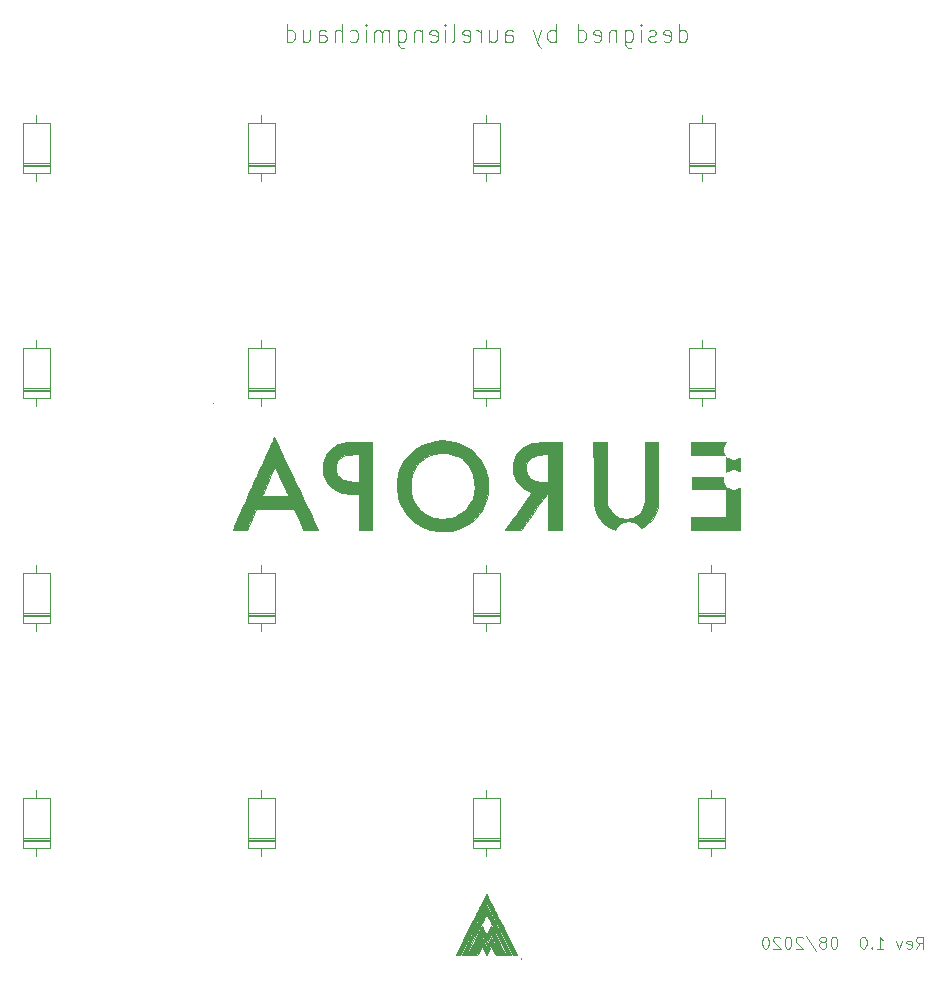
<source format=gbo>
G04 #@! TF.GenerationSoftware,KiCad,Pcbnew,(5.1.6)-1*
G04 #@! TF.CreationDate,2020-08-20T21:51:45+02:00*
G04 #@! TF.ProjectId,europa,6575726f-7061-42e6-9b69-6361645f7063,rev?*
G04 #@! TF.SameCoordinates,Original*
G04 #@! TF.FileFunction,Legend,Bot*
G04 #@! TF.FilePolarity,Positive*
%FSLAX46Y46*%
G04 Gerber Fmt 4.6, Leading zero omitted, Abs format (unit mm)*
G04 Created by KiCad (PCBNEW (5.1.6)-1) date 2020-08-20 21:51:45*
%MOMM*%
%LPD*%
G01*
G04 APERTURE LIST*
%ADD10C,0.100000*%
%ADD11C,0.125000*%
%ADD12C,0.010000*%
%ADD13C,0.120000*%
%ADD14C,1.702000*%
%ADD15R,1.702000X1.702000*%
%ADD16C,2.352000*%
%ADD17C,4.089800*%
%ADD18C,1.852000*%
%ADD19O,1.702000X1.702000*%
G04 APERTURE END LIST*
D10*
X145914285Y-133008630D02*
X146247619Y-132532440D01*
X146485714Y-133008630D02*
X146485714Y-132008630D01*
X146104761Y-132008630D01*
X146009523Y-132056250D01*
X145961904Y-132103869D01*
X145914285Y-132199107D01*
X145914285Y-132341964D01*
X145961904Y-132437202D01*
X146009523Y-132484821D01*
X146104761Y-132532440D01*
X146485714Y-132532440D01*
X145104761Y-132961011D02*
X145200000Y-133008630D01*
X145390476Y-133008630D01*
X145485714Y-132961011D01*
X145533333Y-132865773D01*
X145533333Y-132484821D01*
X145485714Y-132389583D01*
X145390476Y-132341964D01*
X145200000Y-132341964D01*
X145104761Y-132389583D01*
X145057142Y-132484821D01*
X145057142Y-132580059D01*
X145533333Y-132675297D01*
X144723809Y-132341964D02*
X144485714Y-133008630D01*
X144247619Y-132341964D01*
X142580952Y-133008630D02*
X143152380Y-133008630D01*
X142866666Y-133008630D02*
X142866666Y-132008630D01*
X142961904Y-132151488D01*
X143057142Y-132246726D01*
X143152380Y-132294345D01*
X142152380Y-132913392D02*
X142104761Y-132961011D01*
X142152380Y-133008630D01*
X142200000Y-132961011D01*
X142152380Y-132913392D01*
X142152380Y-133008630D01*
X141485714Y-132008630D02*
X141390476Y-132008630D01*
X141295238Y-132056250D01*
X141247619Y-132103869D01*
X141200000Y-132199107D01*
X141152380Y-132389583D01*
X141152380Y-132627678D01*
X141200000Y-132818154D01*
X141247619Y-132913392D01*
X141295238Y-132961011D01*
X141390476Y-133008630D01*
X141485714Y-133008630D01*
X141580952Y-132961011D01*
X141628571Y-132913392D01*
X141676190Y-132818154D01*
X141723809Y-132627678D01*
X141723809Y-132389583D01*
X141676190Y-132199107D01*
X141628571Y-132103869D01*
X141580952Y-132056250D01*
X141485714Y-132008630D01*
X139009523Y-132008630D02*
X138914285Y-132008630D01*
X138819047Y-132056250D01*
X138771428Y-132103869D01*
X138723809Y-132199107D01*
X138676190Y-132389583D01*
X138676190Y-132627678D01*
X138723809Y-132818154D01*
X138771428Y-132913392D01*
X138819047Y-132961011D01*
X138914285Y-133008630D01*
X139009523Y-133008630D01*
X139104761Y-132961011D01*
X139152380Y-132913392D01*
X139200000Y-132818154D01*
X139247619Y-132627678D01*
X139247619Y-132389583D01*
X139200000Y-132199107D01*
X139152380Y-132103869D01*
X139104761Y-132056250D01*
X139009523Y-132008630D01*
X138104761Y-132437202D02*
X138200000Y-132389583D01*
X138247619Y-132341964D01*
X138295238Y-132246726D01*
X138295238Y-132199107D01*
X138247619Y-132103869D01*
X138200000Y-132056250D01*
X138104761Y-132008630D01*
X137914285Y-132008630D01*
X137819047Y-132056250D01*
X137771428Y-132103869D01*
X137723809Y-132199107D01*
X137723809Y-132246726D01*
X137771428Y-132341964D01*
X137819047Y-132389583D01*
X137914285Y-132437202D01*
X138104761Y-132437202D01*
X138200000Y-132484821D01*
X138247619Y-132532440D01*
X138295238Y-132627678D01*
X138295238Y-132818154D01*
X138247619Y-132913392D01*
X138200000Y-132961011D01*
X138104761Y-133008630D01*
X137914285Y-133008630D01*
X137819047Y-132961011D01*
X137771428Y-132913392D01*
X137723809Y-132818154D01*
X137723809Y-132627678D01*
X137771428Y-132532440D01*
X137819047Y-132484821D01*
X137914285Y-132437202D01*
X136580952Y-131961011D02*
X137438095Y-133246726D01*
X136295238Y-132103869D02*
X136247619Y-132056250D01*
X136152380Y-132008630D01*
X135914285Y-132008630D01*
X135819047Y-132056250D01*
X135771428Y-132103869D01*
X135723809Y-132199107D01*
X135723809Y-132294345D01*
X135771428Y-132437202D01*
X136342857Y-133008630D01*
X135723809Y-133008630D01*
X135104761Y-132008630D02*
X135009523Y-132008630D01*
X134914285Y-132056250D01*
X134866666Y-132103869D01*
X134819047Y-132199107D01*
X134771428Y-132389583D01*
X134771428Y-132627678D01*
X134819047Y-132818154D01*
X134866666Y-132913392D01*
X134914285Y-132961011D01*
X135009523Y-133008630D01*
X135104761Y-133008630D01*
X135200000Y-132961011D01*
X135247619Y-132913392D01*
X135295238Y-132818154D01*
X135342857Y-132627678D01*
X135342857Y-132389583D01*
X135295238Y-132199107D01*
X135247619Y-132103869D01*
X135200000Y-132056250D01*
X135104761Y-132008630D01*
X134390476Y-132103869D02*
X134342857Y-132056250D01*
X134247619Y-132008630D01*
X134009523Y-132008630D01*
X133914285Y-132056250D01*
X133866666Y-132103869D01*
X133819047Y-132199107D01*
X133819047Y-132294345D01*
X133866666Y-132437202D01*
X134438095Y-133008630D01*
X133819047Y-133008630D01*
X133200000Y-132008630D02*
X133104761Y-132008630D01*
X133009523Y-132056250D01*
X132961904Y-132103869D01*
X132914285Y-132199107D01*
X132866666Y-132389583D01*
X132866666Y-132627678D01*
X132914285Y-132818154D01*
X132961904Y-132913392D01*
X133009523Y-132961011D01*
X133104761Y-133008630D01*
X133200000Y-133008630D01*
X133295238Y-132961011D01*
X133342857Y-132913392D01*
X133390476Y-132818154D01*
X133438095Y-132627678D01*
X133438095Y-132389583D01*
X133390476Y-132199107D01*
X133342857Y-132103869D01*
X133295238Y-132056250D01*
X133200000Y-132008630D01*
D11*
X125823214Y-56241071D02*
X125823214Y-54741071D01*
X125823214Y-56169642D02*
X125966071Y-56241071D01*
X126251785Y-56241071D01*
X126394642Y-56169642D01*
X126466071Y-56098214D01*
X126537500Y-55955357D01*
X126537500Y-55526785D01*
X126466071Y-55383928D01*
X126394642Y-55312500D01*
X126251785Y-55241071D01*
X125966071Y-55241071D01*
X125823214Y-55312500D01*
X124537500Y-56169642D02*
X124680357Y-56241071D01*
X124966071Y-56241071D01*
X125108928Y-56169642D01*
X125180357Y-56026785D01*
X125180357Y-55455357D01*
X125108928Y-55312500D01*
X124966071Y-55241071D01*
X124680357Y-55241071D01*
X124537500Y-55312500D01*
X124466071Y-55455357D01*
X124466071Y-55598214D01*
X125180357Y-55741071D01*
X123894642Y-56169642D02*
X123751785Y-56241071D01*
X123466071Y-56241071D01*
X123323214Y-56169642D01*
X123251785Y-56026785D01*
X123251785Y-55955357D01*
X123323214Y-55812500D01*
X123466071Y-55741071D01*
X123680357Y-55741071D01*
X123823214Y-55669642D01*
X123894642Y-55526785D01*
X123894642Y-55455357D01*
X123823214Y-55312500D01*
X123680357Y-55241071D01*
X123466071Y-55241071D01*
X123323214Y-55312500D01*
X122608928Y-56241071D02*
X122608928Y-55241071D01*
X122608928Y-54741071D02*
X122680357Y-54812500D01*
X122608928Y-54883928D01*
X122537500Y-54812500D01*
X122608928Y-54741071D01*
X122608928Y-54883928D01*
X121251785Y-55241071D02*
X121251785Y-56455357D01*
X121323214Y-56598214D01*
X121394642Y-56669642D01*
X121537500Y-56741071D01*
X121751785Y-56741071D01*
X121894642Y-56669642D01*
X121251785Y-56169642D02*
X121394642Y-56241071D01*
X121680357Y-56241071D01*
X121823214Y-56169642D01*
X121894642Y-56098214D01*
X121966071Y-55955357D01*
X121966071Y-55526785D01*
X121894642Y-55383928D01*
X121823214Y-55312500D01*
X121680357Y-55241071D01*
X121394642Y-55241071D01*
X121251785Y-55312500D01*
X120537500Y-55241071D02*
X120537500Y-56241071D01*
X120537500Y-55383928D02*
X120466071Y-55312500D01*
X120323214Y-55241071D01*
X120108928Y-55241071D01*
X119966071Y-55312500D01*
X119894642Y-55455357D01*
X119894642Y-56241071D01*
X118608928Y-56169642D02*
X118751785Y-56241071D01*
X119037500Y-56241071D01*
X119180357Y-56169642D01*
X119251785Y-56026785D01*
X119251785Y-55455357D01*
X119180357Y-55312500D01*
X119037500Y-55241071D01*
X118751785Y-55241071D01*
X118608928Y-55312500D01*
X118537500Y-55455357D01*
X118537500Y-55598214D01*
X119251785Y-55741071D01*
X117251785Y-56241071D02*
X117251785Y-54741071D01*
X117251785Y-56169642D02*
X117394642Y-56241071D01*
X117680357Y-56241071D01*
X117823214Y-56169642D01*
X117894642Y-56098214D01*
X117966071Y-55955357D01*
X117966071Y-55526785D01*
X117894642Y-55383928D01*
X117823214Y-55312500D01*
X117680357Y-55241071D01*
X117394642Y-55241071D01*
X117251785Y-55312500D01*
X115394642Y-56241071D02*
X115394642Y-54741071D01*
X115394642Y-55312500D02*
X115251785Y-55241071D01*
X114966071Y-55241071D01*
X114823214Y-55312500D01*
X114751785Y-55383928D01*
X114680357Y-55526785D01*
X114680357Y-55955357D01*
X114751785Y-56098214D01*
X114823214Y-56169642D01*
X114966071Y-56241071D01*
X115251785Y-56241071D01*
X115394642Y-56169642D01*
X114180357Y-55241071D02*
X113823214Y-56241071D01*
X113466071Y-55241071D02*
X113823214Y-56241071D01*
X113966071Y-56598214D01*
X114037500Y-56669642D01*
X114180357Y-56741071D01*
X111108928Y-56241071D02*
X111108928Y-55455357D01*
X111180357Y-55312500D01*
X111323214Y-55241071D01*
X111608928Y-55241071D01*
X111751785Y-55312500D01*
X111108928Y-56169642D02*
X111251785Y-56241071D01*
X111608928Y-56241071D01*
X111751785Y-56169642D01*
X111823214Y-56026785D01*
X111823214Y-55883928D01*
X111751785Y-55741071D01*
X111608928Y-55669642D01*
X111251785Y-55669642D01*
X111108928Y-55598214D01*
X109751785Y-55241071D02*
X109751785Y-56241071D01*
X110394642Y-55241071D02*
X110394642Y-56026785D01*
X110323214Y-56169642D01*
X110180357Y-56241071D01*
X109966071Y-56241071D01*
X109823214Y-56169642D01*
X109751785Y-56098214D01*
X109037500Y-56241071D02*
X109037500Y-55241071D01*
X109037500Y-55526785D02*
X108966071Y-55383928D01*
X108894642Y-55312500D01*
X108751785Y-55241071D01*
X108608928Y-55241071D01*
X107537500Y-56169642D02*
X107680357Y-56241071D01*
X107966071Y-56241071D01*
X108108928Y-56169642D01*
X108180357Y-56026785D01*
X108180357Y-55455357D01*
X108108928Y-55312500D01*
X107966071Y-55241071D01*
X107680357Y-55241071D01*
X107537500Y-55312500D01*
X107466071Y-55455357D01*
X107466071Y-55598214D01*
X108180357Y-55741071D01*
X106608928Y-56241071D02*
X106751785Y-56169642D01*
X106823214Y-56026785D01*
X106823214Y-54741071D01*
X106037500Y-56241071D02*
X106037500Y-55241071D01*
X106037500Y-54741071D02*
X106108928Y-54812500D01*
X106037500Y-54883928D01*
X105966071Y-54812500D01*
X106037500Y-54741071D01*
X106037500Y-54883928D01*
X104751785Y-56169642D02*
X104894642Y-56241071D01*
X105180357Y-56241071D01*
X105323214Y-56169642D01*
X105394642Y-56026785D01*
X105394642Y-55455357D01*
X105323214Y-55312500D01*
X105180357Y-55241071D01*
X104894642Y-55241071D01*
X104751785Y-55312500D01*
X104680357Y-55455357D01*
X104680357Y-55598214D01*
X105394642Y-55741071D01*
X104037500Y-55241071D02*
X104037500Y-56241071D01*
X104037500Y-55383928D02*
X103966071Y-55312500D01*
X103823214Y-55241071D01*
X103608928Y-55241071D01*
X103466071Y-55312500D01*
X103394642Y-55455357D01*
X103394642Y-56241071D01*
X102037500Y-55241071D02*
X102037500Y-56455357D01*
X102108928Y-56598214D01*
X102180357Y-56669642D01*
X102323214Y-56741071D01*
X102537500Y-56741071D01*
X102680357Y-56669642D01*
X102037500Y-56169642D02*
X102180357Y-56241071D01*
X102466071Y-56241071D01*
X102608928Y-56169642D01*
X102680357Y-56098214D01*
X102751785Y-55955357D01*
X102751785Y-55526785D01*
X102680357Y-55383928D01*
X102608928Y-55312500D01*
X102466071Y-55241071D01*
X102180357Y-55241071D01*
X102037500Y-55312500D01*
X101323214Y-56241071D02*
X101323214Y-55241071D01*
X101323214Y-55383928D02*
X101251785Y-55312500D01*
X101108928Y-55241071D01*
X100894642Y-55241071D01*
X100751785Y-55312500D01*
X100680357Y-55455357D01*
X100680357Y-56241071D01*
X100680357Y-55455357D02*
X100608928Y-55312500D01*
X100466071Y-55241071D01*
X100251785Y-55241071D01*
X100108928Y-55312500D01*
X100037500Y-55455357D01*
X100037500Y-56241071D01*
X99323214Y-56241071D02*
X99323214Y-55241071D01*
X99323214Y-54741071D02*
X99394642Y-54812500D01*
X99323214Y-54883928D01*
X99251785Y-54812500D01*
X99323214Y-54741071D01*
X99323214Y-54883928D01*
X97966071Y-56169642D02*
X98108928Y-56241071D01*
X98394642Y-56241071D01*
X98537500Y-56169642D01*
X98608928Y-56098214D01*
X98680357Y-55955357D01*
X98680357Y-55526785D01*
X98608928Y-55383928D01*
X98537500Y-55312500D01*
X98394642Y-55241071D01*
X98108928Y-55241071D01*
X97966071Y-55312500D01*
X97323214Y-56241071D02*
X97323214Y-54741071D01*
X96680357Y-56241071D02*
X96680357Y-55455357D01*
X96751785Y-55312500D01*
X96894642Y-55241071D01*
X97108928Y-55241071D01*
X97251785Y-55312500D01*
X97323214Y-55383928D01*
X95323214Y-56241071D02*
X95323214Y-55455357D01*
X95394642Y-55312500D01*
X95537500Y-55241071D01*
X95823214Y-55241071D01*
X95966071Y-55312500D01*
X95323214Y-56169642D02*
X95466071Y-56241071D01*
X95823214Y-56241071D01*
X95966071Y-56169642D01*
X96037500Y-56026785D01*
X96037500Y-55883928D01*
X95966071Y-55741071D01*
X95823214Y-55669642D01*
X95466071Y-55669642D01*
X95323214Y-55598214D01*
X93966071Y-55241071D02*
X93966071Y-56241071D01*
X94608928Y-55241071D02*
X94608928Y-56026785D01*
X94537500Y-56169642D01*
X94394642Y-56241071D01*
X94180357Y-56241071D01*
X94037500Y-56169642D01*
X93966071Y-56098214D01*
X92608928Y-56241071D02*
X92608928Y-54741071D01*
X92608928Y-56169642D02*
X92751785Y-56241071D01*
X93037500Y-56241071D01*
X93180357Y-56169642D01*
X93251785Y-56098214D01*
X93323214Y-55955357D01*
X93323214Y-55526785D01*
X93251785Y-55383928D01*
X93180357Y-55312500D01*
X93037500Y-55241071D01*
X92751785Y-55241071D01*
X92608928Y-55312500D01*
D12*
G36*
X112419423Y-133853116D02*
G01*
X112421865Y-133855558D01*
X112424307Y-133853116D01*
X112421865Y-133850673D01*
X112419423Y-133853116D01*
G37*
X112419423Y-133853116D02*
X112421865Y-133855558D01*
X112424307Y-133853116D01*
X112421865Y-133850673D01*
X112419423Y-133853116D01*
G36*
X109532294Y-128376010D02*
G01*
X109525833Y-128388893D01*
X109515244Y-128410033D01*
X109500647Y-128439191D01*
X109482161Y-128476126D01*
X109459908Y-128520599D01*
X109434006Y-128572369D01*
X109404577Y-128631197D01*
X109371739Y-128696841D01*
X109335614Y-128769062D01*
X109296322Y-128847620D01*
X109253982Y-128932275D01*
X109208714Y-129022786D01*
X109160639Y-129118914D01*
X109109877Y-129220418D01*
X109056548Y-129327058D01*
X109000772Y-129438594D01*
X108942668Y-129554786D01*
X108882358Y-129675394D01*
X108819961Y-129800177D01*
X108755597Y-129928896D01*
X108689387Y-130061310D01*
X108621450Y-130197180D01*
X108551906Y-130336264D01*
X108480876Y-130478324D01*
X108408480Y-130623118D01*
X108334838Y-130770407D01*
X108260070Y-130919951D01*
X108236282Y-130967529D01*
X106938883Y-133562481D01*
X107302797Y-133562481D01*
X108416485Y-131334729D01*
X108486035Y-131195614D01*
X108554499Y-131058692D01*
X108621745Y-130924222D01*
X108687645Y-130792463D01*
X108752067Y-130663676D01*
X108814882Y-130538120D01*
X108875961Y-130416053D01*
X108935172Y-130297736D01*
X108992386Y-130183428D01*
X109047474Y-130073389D01*
X109100305Y-129967877D01*
X109150749Y-129867152D01*
X109198676Y-129771474D01*
X109243956Y-129681102D01*
X109286459Y-129596296D01*
X109326056Y-129517315D01*
X109362616Y-129444418D01*
X109396009Y-129377865D01*
X109426106Y-129317915D01*
X109452776Y-129264828D01*
X109475889Y-129218863D01*
X109495316Y-129180279D01*
X109510926Y-129149337D01*
X109522590Y-129126295D01*
X109530177Y-129111413D01*
X109533557Y-129104950D01*
X109533727Y-129104682D01*
X109536111Y-129108864D01*
X109542732Y-129121527D01*
X109553458Y-129142413D01*
X109568160Y-129171262D01*
X109586709Y-129207816D01*
X109608974Y-129251817D01*
X109634826Y-129303005D01*
X109664134Y-129361123D01*
X109696769Y-129425912D01*
X109732601Y-129497112D01*
X109771500Y-129574466D01*
X109813337Y-129657714D01*
X109857980Y-129746599D01*
X109905302Y-129840861D01*
X109955171Y-129940242D01*
X110007458Y-130044483D01*
X110062033Y-130153326D01*
X110118766Y-130266513D01*
X110177528Y-130383783D01*
X110238188Y-130504880D01*
X110300616Y-130629543D01*
X110364684Y-130757516D01*
X110430260Y-130888538D01*
X110497215Y-131022352D01*
X110565420Y-131158699D01*
X110634744Y-131297319D01*
X110652301Y-131332433D01*
X111767322Y-133562481D01*
X112131229Y-133562481D01*
X110833281Y-130966578D01*
X110758169Y-130816359D01*
X110684146Y-130668325D01*
X110611331Y-130522716D01*
X110539844Y-130379771D01*
X110469805Y-130239730D01*
X110401335Y-130102834D01*
X110334553Y-129969322D01*
X110269580Y-129839433D01*
X110206534Y-129713408D01*
X110145538Y-129591487D01*
X110086710Y-129473910D01*
X110030170Y-129360915D01*
X109976039Y-129252744D01*
X109924437Y-129149636D01*
X109875484Y-129051831D01*
X109829299Y-128959568D01*
X109786004Y-128873088D01*
X109745717Y-128792631D01*
X109708559Y-128718436D01*
X109674650Y-128650743D01*
X109644110Y-128589792D01*
X109617059Y-128535823D01*
X109593618Y-128489076D01*
X109573905Y-128449790D01*
X109558042Y-128418206D01*
X109546148Y-128394563D01*
X109538344Y-128379102D01*
X109534748Y-128372061D01*
X109534506Y-128371626D01*
X109532294Y-128376010D01*
G37*
X109532294Y-128376010D02*
X109525833Y-128388893D01*
X109515244Y-128410033D01*
X109500647Y-128439191D01*
X109482161Y-128476126D01*
X109459908Y-128520599D01*
X109434006Y-128572369D01*
X109404577Y-128631197D01*
X109371739Y-128696841D01*
X109335614Y-128769062D01*
X109296322Y-128847620D01*
X109253982Y-128932275D01*
X109208714Y-129022786D01*
X109160639Y-129118914D01*
X109109877Y-129220418D01*
X109056548Y-129327058D01*
X109000772Y-129438594D01*
X108942668Y-129554786D01*
X108882358Y-129675394D01*
X108819961Y-129800177D01*
X108755597Y-129928896D01*
X108689387Y-130061310D01*
X108621450Y-130197180D01*
X108551906Y-130336264D01*
X108480876Y-130478324D01*
X108408480Y-130623118D01*
X108334838Y-130770407D01*
X108260070Y-130919951D01*
X108236282Y-130967529D01*
X106938883Y-133562481D01*
X107302797Y-133562481D01*
X108416485Y-131334729D01*
X108486035Y-131195614D01*
X108554499Y-131058692D01*
X108621745Y-130924222D01*
X108687645Y-130792463D01*
X108752067Y-130663676D01*
X108814882Y-130538120D01*
X108875961Y-130416053D01*
X108935172Y-130297736D01*
X108992386Y-130183428D01*
X109047474Y-130073389D01*
X109100305Y-129967877D01*
X109150749Y-129867152D01*
X109198676Y-129771474D01*
X109243956Y-129681102D01*
X109286459Y-129596296D01*
X109326056Y-129517315D01*
X109362616Y-129444418D01*
X109396009Y-129377865D01*
X109426106Y-129317915D01*
X109452776Y-129264828D01*
X109475889Y-129218863D01*
X109495316Y-129180279D01*
X109510926Y-129149337D01*
X109522590Y-129126295D01*
X109530177Y-129111413D01*
X109533557Y-129104950D01*
X109533727Y-129104682D01*
X109536111Y-129108864D01*
X109542732Y-129121527D01*
X109553458Y-129142413D01*
X109568160Y-129171262D01*
X109586709Y-129207816D01*
X109608974Y-129251817D01*
X109634826Y-129303005D01*
X109664134Y-129361123D01*
X109696769Y-129425912D01*
X109732601Y-129497112D01*
X109771500Y-129574466D01*
X109813337Y-129657714D01*
X109857980Y-129746599D01*
X109905302Y-129840861D01*
X109955171Y-129940242D01*
X110007458Y-130044483D01*
X110062033Y-130153326D01*
X110118766Y-130266513D01*
X110177528Y-130383783D01*
X110238188Y-130504880D01*
X110300616Y-130629543D01*
X110364684Y-130757516D01*
X110430260Y-130888538D01*
X110497215Y-131022352D01*
X110565420Y-131158699D01*
X110634744Y-131297319D01*
X110652301Y-131332433D01*
X111767322Y-133562481D01*
X112131229Y-133562481D01*
X110833281Y-130966578D01*
X110758169Y-130816359D01*
X110684146Y-130668325D01*
X110611331Y-130522716D01*
X110539844Y-130379771D01*
X110469805Y-130239730D01*
X110401335Y-130102834D01*
X110334553Y-129969322D01*
X110269580Y-129839433D01*
X110206534Y-129713408D01*
X110145538Y-129591487D01*
X110086710Y-129473910D01*
X110030170Y-129360915D01*
X109976039Y-129252744D01*
X109924437Y-129149636D01*
X109875484Y-129051831D01*
X109829299Y-128959568D01*
X109786004Y-128873088D01*
X109745717Y-128792631D01*
X109708559Y-128718436D01*
X109674650Y-128650743D01*
X109644110Y-128589792D01*
X109617059Y-128535823D01*
X109593618Y-128489076D01*
X109573905Y-128449790D01*
X109558042Y-128418206D01*
X109546148Y-128394563D01*
X109538344Y-128379102D01*
X109534748Y-128372061D01*
X109534506Y-128371626D01*
X109532294Y-128376010D01*
G36*
X108482083Y-131447445D02*
G01*
X108414423Y-131582727D01*
X108347867Y-131715816D01*
X108282547Y-131846444D01*
X108218598Y-131974344D01*
X108156152Y-132099249D01*
X108095343Y-132220894D01*
X108036304Y-132339010D01*
X107979168Y-132453330D01*
X107924069Y-132563589D01*
X107871139Y-132669519D01*
X107820513Y-132770853D01*
X107772323Y-132867325D01*
X107726702Y-132958667D01*
X107683785Y-133044613D01*
X107643704Y-133124896D01*
X107606592Y-133199248D01*
X107572583Y-133267404D01*
X107541811Y-133329095D01*
X107514407Y-133384056D01*
X107490507Y-133432020D01*
X107470242Y-133472719D01*
X107453746Y-133505887D01*
X107441153Y-133531256D01*
X107432595Y-133548561D01*
X107428207Y-133557534D01*
X107427617Y-133558818D01*
X107432259Y-133559647D01*
X107445598Y-133560411D01*
X107466560Y-133561087D01*
X107494072Y-133561654D01*
X107527062Y-133562090D01*
X107564456Y-133562372D01*
X107605182Y-133562480D01*
X107608075Y-133562481D01*
X107788805Y-133562481D01*
X108660711Y-131818673D01*
X108722188Y-131695733D01*
X108782558Y-131575028D01*
X108841676Y-131456851D01*
X108899395Y-131341493D01*
X108955568Y-131229250D01*
X109010048Y-131120412D01*
X109062689Y-131015273D01*
X109113342Y-130914126D01*
X109161863Y-130817264D01*
X109208103Y-130724979D01*
X109251916Y-130637565D01*
X109293156Y-130555313D01*
X109331674Y-130478518D01*
X109367326Y-130407471D01*
X109399962Y-130342466D01*
X109429438Y-130283795D01*
X109455606Y-130231751D01*
X109478319Y-130186628D01*
X109497430Y-130148717D01*
X109512793Y-130118312D01*
X109524261Y-130095706D01*
X109531687Y-130081191D01*
X109534923Y-130075060D01*
X109535058Y-130074866D01*
X109537390Y-130079186D01*
X109543942Y-130091953D01*
X109554568Y-130112873D01*
X109569119Y-130141654D01*
X109587450Y-130178002D01*
X109609414Y-130221625D01*
X109634864Y-130272230D01*
X109663652Y-130329524D01*
X109695633Y-130393214D01*
X109730659Y-130463008D01*
X109768584Y-130538613D01*
X109809261Y-130619735D01*
X109852542Y-130706083D01*
X109898281Y-130797362D01*
X109946332Y-130893281D01*
X109996547Y-130993547D01*
X110048779Y-131097866D01*
X110102883Y-131205946D01*
X110158710Y-131317494D01*
X110216114Y-131432217D01*
X110274949Y-131549823D01*
X110335067Y-131670018D01*
X110396322Y-131792510D01*
X110409404Y-131818673D01*
X111281310Y-133562481D01*
X111647656Y-133562481D01*
X110591967Y-131451108D01*
X109536279Y-129339735D01*
X108482083Y-131447445D01*
G37*
X108482083Y-131447445D02*
X108414423Y-131582727D01*
X108347867Y-131715816D01*
X108282547Y-131846444D01*
X108218598Y-131974344D01*
X108156152Y-132099249D01*
X108095343Y-132220894D01*
X108036304Y-132339010D01*
X107979168Y-132453330D01*
X107924069Y-132563589D01*
X107871139Y-132669519D01*
X107820513Y-132770853D01*
X107772323Y-132867325D01*
X107726702Y-132958667D01*
X107683785Y-133044613D01*
X107643704Y-133124896D01*
X107606592Y-133199248D01*
X107572583Y-133267404D01*
X107541811Y-133329095D01*
X107514407Y-133384056D01*
X107490507Y-133432020D01*
X107470242Y-133472719D01*
X107453746Y-133505887D01*
X107441153Y-133531256D01*
X107432595Y-133548561D01*
X107428207Y-133557534D01*
X107427617Y-133558818D01*
X107432259Y-133559647D01*
X107445598Y-133560411D01*
X107466560Y-133561087D01*
X107494072Y-133561654D01*
X107527062Y-133562090D01*
X107564456Y-133562372D01*
X107605182Y-133562480D01*
X107608075Y-133562481D01*
X107788805Y-133562481D01*
X108660711Y-131818673D01*
X108722188Y-131695733D01*
X108782558Y-131575028D01*
X108841676Y-131456851D01*
X108899395Y-131341493D01*
X108955568Y-131229250D01*
X109010048Y-131120412D01*
X109062689Y-131015273D01*
X109113342Y-130914126D01*
X109161863Y-130817264D01*
X109208103Y-130724979D01*
X109251916Y-130637565D01*
X109293156Y-130555313D01*
X109331674Y-130478518D01*
X109367326Y-130407471D01*
X109399962Y-130342466D01*
X109429438Y-130283795D01*
X109455606Y-130231751D01*
X109478319Y-130186628D01*
X109497430Y-130148717D01*
X109512793Y-130118312D01*
X109524261Y-130095706D01*
X109531687Y-130081191D01*
X109534923Y-130075060D01*
X109535058Y-130074866D01*
X109537390Y-130079186D01*
X109543942Y-130091953D01*
X109554568Y-130112873D01*
X109569119Y-130141654D01*
X109587450Y-130178002D01*
X109609414Y-130221625D01*
X109634864Y-130272230D01*
X109663652Y-130329524D01*
X109695633Y-130393214D01*
X109730659Y-130463008D01*
X109768584Y-130538613D01*
X109809261Y-130619735D01*
X109852542Y-130706083D01*
X109898281Y-130797362D01*
X109946332Y-130893281D01*
X109996547Y-130993547D01*
X110048779Y-131097866D01*
X110102883Y-131205946D01*
X110158710Y-131317494D01*
X110216114Y-131432217D01*
X110274949Y-131549823D01*
X110335067Y-131670018D01*
X110396322Y-131792510D01*
X110409404Y-131818673D01*
X111281310Y-133562481D01*
X111647656Y-133562481D01*
X110591967Y-131451108D01*
X109536279Y-129339735D01*
X108482083Y-131447445D01*
G36*
X109730940Y-131475754D02*
G01*
X109702231Y-131533065D01*
X109674730Y-131587765D01*
X109648751Y-131639237D01*
X109624612Y-131686865D01*
X109602628Y-131730031D01*
X109583116Y-131768117D01*
X109566392Y-131800507D01*
X109552771Y-131826582D01*
X109542572Y-131845726D01*
X109536108Y-131857322D01*
X109533722Y-131860786D01*
X109531057Y-131856172D01*
X109524357Y-131843444D01*
X109513941Y-131823236D01*
X109500128Y-131796178D01*
X109483238Y-131762902D01*
X109463591Y-131724041D01*
X109441505Y-131680226D01*
X109417301Y-131632089D01*
X109391297Y-131580261D01*
X109363814Y-131525375D01*
X109339698Y-131477127D01*
X109311245Y-131420212D01*
X109284023Y-131365868D01*
X109258349Y-131314721D01*
X109234541Y-131267398D01*
X109212914Y-131224525D01*
X109193788Y-131186729D01*
X109177477Y-131154637D01*
X109164301Y-131128876D01*
X109154575Y-131110073D01*
X109148617Y-131098855D01*
X109146751Y-131095750D01*
X109144388Y-131100062D01*
X109137835Y-131112765D01*
X109127265Y-131133511D01*
X109112854Y-131161951D01*
X109094776Y-131197739D01*
X109073206Y-131240524D01*
X109048320Y-131289960D01*
X109020291Y-131345697D01*
X108989295Y-131407389D01*
X108955507Y-131474686D01*
X108919101Y-131547240D01*
X108880251Y-131624703D01*
X108839134Y-131706726D01*
X108795924Y-131792963D01*
X108750794Y-131883064D01*
X108703922Y-131976680D01*
X108655480Y-132073465D01*
X108605644Y-132173070D01*
X108554589Y-132275146D01*
X108527602Y-132329116D01*
X107910925Y-133562481D01*
X108274849Y-133562481D01*
X108709557Y-132693019D01*
X108752815Y-132606524D01*
X108794918Y-132522385D01*
X108835658Y-132441018D01*
X108874826Y-132362838D01*
X108912213Y-132288259D01*
X108947611Y-132217696D01*
X108980812Y-132151565D01*
X109011606Y-132090279D01*
X109039785Y-132034253D01*
X109065142Y-131983903D01*
X109087466Y-131939644D01*
X109106550Y-131901889D01*
X109122185Y-131871054D01*
X109134162Y-131847553D01*
X109142273Y-131831802D01*
X109146310Y-131824214D01*
X109146734Y-131823558D01*
X109149234Y-131827826D01*
X109155777Y-131840213D01*
X109166047Y-131860098D01*
X109179731Y-131886858D01*
X109196511Y-131919868D01*
X109216073Y-131958507D01*
X109238101Y-132002152D01*
X109262280Y-132050180D01*
X109288295Y-132101967D01*
X109315829Y-132156891D01*
X109342140Y-132209471D01*
X109535078Y-132595385D01*
X109727985Y-132209471D01*
X109756632Y-132152218D01*
X109784049Y-132097530D01*
X109809919Y-132046031D01*
X109833929Y-131998343D01*
X109855761Y-131955091D01*
X109875102Y-131916896D01*
X109891635Y-131884382D01*
X109905046Y-131858171D01*
X109915018Y-131838886D01*
X109921237Y-131827151D01*
X109923371Y-131823558D01*
X109925768Y-131827859D01*
X109932320Y-131840485D01*
X109942820Y-131861022D01*
X109957059Y-131889055D01*
X109974827Y-131924169D01*
X109995917Y-131965948D01*
X110020120Y-132013980D01*
X110047227Y-132067848D01*
X110077030Y-132127138D01*
X110109321Y-132191435D01*
X110143890Y-132260324D01*
X110180529Y-132333390D01*
X110219029Y-132410220D01*
X110259183Y-132490397D01*
X110300781Y-132573507D01*
X110343615Y-132659136D01*
X110360557Y-132693019D01*
X110795266Y-133562481D01*
X110977229Y-133562481D01*
X111018289Y-133562386D01*
X111056094Y-133562116D01*
X111089577Y-133561693D01*
X111117666Y-133561138D01*
X111139294Y-133560472D01*
X111153390Y-133559718D01*
X111158886Y-133558896D01*
X111158922Y-133558818D01*
X111156741Y-133554198D01*
X111150363Y-133541192D01*
X111139960Y-133520149D01*
X111125707Y-133491418D01*
X111107779Y-133455349D01*
X111086350Y-133412291D01*
X111061594Y-133362593D01*
X111033686Y-133306605D01*
X111002799Y-133244677D01*
X110969109Y-133177156D01*
X110932790Y-133104394D01*
X110894016Y-133026740D01*
X110852961Y-132944542D01*
X110809799Y-132858150D01*
X110764706Y-132767913D01*
X110717856Y-132674182D01*
X110669422Y-132577305D01*
X110619579Y-132477632D01*
X110568501Y-132375511D01*
X110541630Y-132321797D01*
X109924610Y-131088439D01*
X109730940Y-131475754D01*
G37*
X109730940Y-131475754D02*
X109702231Y-131533065D01*
X109674730Y-131587765D01*
X109648751Y-131639237D01*
X109624612Y-131686865D01*
X109602628Y-131730031D01*
X109583116Y-131768117D01*
X109566392Y-131800507D01*
X109552771Y-131826582D01*
X109542572Y-131845726D01*
X109536108Y-131857322D01*
X109533722Y-131860786D01*
X109531057Y-131856172D01*
X109524357Y-131843444D01*
X109513941Y-131823236D01*
X109500128Y-131796178D01*
X109483238Y-131762902D01*
X109463591Y-131724041D01*
X109441505Y-131680226D01*
X109417301Y-131632089D01*
X109391297Y-131580261D01*
X109363814Y-131525375D01*
X109339698Y-131477127D01*
X109311245Y-131420212D01*
X109284023Y-131365868D01*
X109258349Y-131314721D01*
X109234541Y-131267398D01*
X109212914Y-131224525D01*
X109193788Y-131186729D01*
X109177477Y-131154637D01*
X109164301Y-131128876D01*
X109154575Y-131110073D01*
X109148617Y-131098855D01*
X109146751Y-131095750D01*
X109144388Y-131100062D01*
X109137835Y-131112765D01*
X109127265Y-131133511D01*
X109112854Y-131161951D01*
X109094776Y-131197739D01*
X109073206Y-131240524D01*
X109048320Y-131289960D01*
X109020291Y-131345697D01*
X108989295Y-131407389D01*
X108955507Y-131474686D01*
X108919101Y-131547240D01*
X108880251Y-131624703D01*
X108839134Y-131706726D01*
X108795924Y-131792963D01*
X108750794Y-131883064D01*
X108703922Y-131976680D01*
X108655480Y-132073465D01*
X108605644Y-132173070D01*
X108554589Y-132275146D01*
X108527602Y-132329116D01*
X107910925Y-133562481D01*
X108274849Y-133562481D01*
X108709557Y-132693019D01*
X108752815Y-132606524D01*
X108794918Y-132522385D01*
X108835658Y-132441018D01*
X108874826Y-132362838D01*
X108912213Y-132288259D01*
X108947611Y-132217696D01*
X108980812Y-132151565D01*
X109011606Y-132090279D01*
X109039785Y-132034253D01*
X109065142Y-131983903D01*
X109087466Y-131939644D01*
X109106550Y-131901889D01*
X109122185Y-131871054D01*
X109134162Y-131847553D01*
X109142273Y-131831802D01*
X109146310Y-131824214D01*
X109146734Y-131823558D01*
X109149234Y-131827826D01*
X109155777Y-131840213D01*
X109166047Y-131860098D01*
X109179731Y-131886858D01*
X109196511Y-131919868D01*
X109216073Y-131958507D01*
X109238101Y-132002152D01*
X109262280Y-132050180D01*
X109288295Y-132101967D01*
X109315829Y-132156891D01*
X109342140Y-132209471D01*
X109535078Y-132595385D01*
X109727985Y-132209471D01*
X109756632Y-132152218D01*
X109784049Y-132097530D01*
X109809919Y-132046031D01*
X109833929Y-131998343D01*
X109855761Y-131955091D01*
X109875102Y-131916896D01*
X109891635Y-131884382D01*
X109905046Y-131858171D01*
X109915018Y-131838886D01*
X109921237Y-131827151D01*
X109923371Y-131823558D01*
X109925768Y-131827859D01*
X109932320Y-131840485D01*
X109942820Y-131861022D01*
X109957059Y-131889055D01*
X109974827Y-131924169D01*
X109995917Y-131965948D01*
X110020120Y-132013980D01*
X110047227Y-132067848D01*
X110077030Y-132127138D01*
X110109321Y-132191435D01*
X110143890Y-132260324D01*
X110180529Y-132333390D01*
X110219029Y-132410220D01*
X110259183Y-132490397D01*
X110300781Y-132573507D01*
X110343615Y-132659136D01*
X110360557Y-132693019D01*
X110795266Y-133562481D01*
X110977229Y-133562481D01*
X111018289Y-133562386D01*
X111056094Y-133562116D01*
X111089577Y-133561693D01*
X111117666Y-133561138D01*
X111139294Y-133560472D01*
X111153390Y-133559718D01*
X111158886Y-133558896D01*
X111158922Y-133558818D01*
X111156741Y-133554198D01*
X111150363Y-133541192D01*
X111139960Y-133520149D01*
X111125707Y-133491418D01*
X111107779Y-133455349D01*
X111086350Y-133412291D01*
X111061594Y-133362593D01*
X111033686Y-133306605D01*
X111002799Y-133244677D01*
X110969109Y-133177156D01*
X110932790Y-133104394D01*
X110894016Y-133026740D01*
X110852961Y-132944542D01*
X110809799Y-132858150D01*
X110764706Y-132767913D01*
X110717856Y-132674182D01*
X110669422Y-132577305D01*
X110619579Y-132477632D01*
X110568501Y-132375511D01*
X110541630Y-132321797D01*
X109924610Y-131088439D01*
X109730940Y-131475754D01*
G36*
X108773667Y-132809032D02*
G01*
X108733572Y-132889235D01*
X108694672Y-132967074D01*
X108657190Y-133042102D01*
X108621352Y-133113870D01*
X108587379Y-133181929D01*
X108555495Y-133245829D01*
X108525925Y-133305124D01*
X108498892Y-133359362D01*
X108474619Y-133408097D01*
X108453330Y-133450880D01*
X108435249Y-133487261D01*
X108420600Y-133516792D01*
X108409605Y-133539024D01*
X108402489Y-133553508D01*
X108399475Y-133559796D01*
X108399384Y-133560032D01*
X108404090Y-133560587D01*
X108417489Y-133561097D01*
X108438508Y-133561549D01*
X108466070Y-133561928D01*
X108499102Y-133562220D01*
X108536527Y-133562408D01*
X108577271Y-133562481D01*
X108760854Y-133562481D01*
X108952557Y-133179039D01*
X108981114Y-133121973D01*
X109008441Y-133067475D01*
X109034219Y-133016170D01*
X109058134Y-132968683D01*
X109079868Y-132925638D01*
X109099105Y-132887661D01*
X109115528Y-132855376D01*
X109128821Y-132829408D01*
X109138667Y-132810382D01*
X109144751Y-132798924D01*
X109146741Y-132795596D01*
X109149243Y-132799864D01*
X109155783Y-132812250D01*
X109166043Y-132832128D01*
X109179707Y-132858869D01*
X109196457Y-132891849D01*
X109215977Y-132930439D01*
X109237949Y-132974014D01*
X109262055Y-133021945D01*
X109287980Y-133073608D01*
X109315405Y-133128374D01*
X109339698Y-133176973D01*
X109368181Y-133233949D01*
X109395455Y-133288400D01*
X109421199Y-133339695D01*
X109445094Y-133387200D01*
X109466821Y-133430285D01*
X109486060Y-133468317D01*
X109502491Y-133500665D01*
X109515796Y-133526697D01*
X109525654Y-133545782D01*
X109531746Y-133557286D01*
X109533722Y-133560632D01*
X109536379Y-133556706D01*
X109543071Y-133544650D01*
X109553481Y-133525081D01*
X109567292Y-133498617D01*
X109584189Y-133465876D01*
X109603855Y-133427474D01*
X109625975Y-133384028D01*
X109650231Y-133336157D01*
X109676308Y-133284478D01*
X109703889Y-133229607D01*
X109730943Y-133175595D01*
X109924616Y-132788274D01*
X110118149Y-133175377D01*
X110311683Y-133562481D01*
X110675622Y-133562481D01*
X110301411Y-132813914D01*
X110261313Y-132733711D01*
X110222392Y-132655879D01*
X110184873Y-132580867D01*
X110148979Y-132509122D01*
X110114936Y-132441093D01*
X110082969Y-132377228D01*
X110053300Y-132317975D01*
X110026157Y-132263783D01*
X110001762Y-132215101D01*
X109980340Y-132172376D01*
X109962117Y-132136057D01*
X109947316Y-132106592D01*
X109936162Y-132084430D01*
X109928880Y-132070018D01*
X109925694Y-132063806D01*
X109925568Y-132063587D01*
X109923194Y-132067590D01*
X109916775Y-132079718D01*
X109906622Y-132099353D01*
X109893049Y-132125879D01*
X109876368Y-132158675D01*
X109856893Y-132197126D01*
X109834936Y-132240614D01*
X109810810Y-132288520D01*
X109784829Y-132340227D01*
X109757305Y-132395117D01*
X109730107Y-132449459D01*
X109536279Y-132837091D01*
X109342114Y-132448786D01*
X109147949Y-132060480D01*
X108773667Y-132809032D01*
G37*
X108773667Y-132809032D02*
X108733572Y-132889235D01*
X108694672Y-132967074D01*
X108657190Y-133042102D01*
X108621352Y-133113870D01*
X108587379Y-133181929D01*
X108555495Y-133245829D01*
X108525925Y-133305124D01*
X108498892Y-133359362D01*
X108474619Y-133408097D01*
X108453330Y-133450880D01*
X108435249Y-133487261D01*
X108420600Y-133516792D01*
X108409605Y-133539024D01*
X108402489Y-133553508D01*
X108399475Y-133559796D01*
X108399384Y-133560032D01*
X108404090Y-133560587D01*
X108417489Y-133561097D01*
X108438508Y-133561549D01*
X108466070Y-133561928D01*
X108499102Y-133562220D01*
X108536527Y-133562408D01*
X108577271Y-133562481D01*
X108760854Y-133562481D01*
X108952557Y-133179039D01*
X108981114Y-133121973D01*
X109008441Y-133067475D01*
X109034219Y-133016170D01*
X109058134Y-132968683D01*
X109079868Y-132925638D01*
X109099105Y-132887661D01*
X109115528Y-132855376D01*
X109128821Y-132829408D01*
X109138667Y-132810382D01*
X109144751Y-132798924D01*
X109146741Y-132795596D01*
X109149243Y-132799864D01*
X109155783Y-132812250D01*
X109166043Y-132832128D01*
X109179707Y-132858869D01*
X109196457Y-132891849D01*
X109215977Y-132930439D01*
X109237949Y-132974014D01*
X109262055Y-133021945D01*
X109287980Y-133073608D01*
X109315405Y-133128374D01*
X109339698Y-133176973D01*
X109368181Y-133233949D01*
X109395455Y-133288400D01*
X109421199Y-133339695D01*
X109445094Y-133387200D01*
X109466821Y-133430285D01*
X109486060Y-133468317D01*
X109502491Y-133500665D01*
X109515796Y-133526697D01*
X109525654Y-133545782D01*
X109531746Y-133557286D01*
X109533722Y-133560632D01*
X109536379Y-133556706D01*
X109543071Y-133544650D01*
X109553481Y-133525081D01*
X109567292Y-133498617D01*
X109584189Y-133465876D01*
X109603855Y-133427474D01*
X109625975Y-133384028D01*
X109650231Y-133336157D01*
X109676308Y-133284478D01*
X109703889Y-133229607D01*
X109730943Y-133175595D01*
X109924616Y-132788274D01*
X110118149Y-133175377D01*
X110311683Y-133562481D01*
X110675622Y-133562481D01*
X110301411Y-132813914D01*
X110261313Y-132733711D01*
X110222392Y-132655879D01*
X110184873Y-132580867D01*
X110148979Y-132509122D01*
X110114936Y-132441093D01*
X110082969Y-132377228D01*
X110053300Y-132317975D01*
X110026157Y-132263783D01*
X110001762Y-132215101D01*
X109980340Y-132172376D01*
X109962117Y-132136057D01*
X109947316Y-132106592D01*
X109936162Y-132084430D01*
X109928880Y-132070018D01*
X109925694Y-132063806D01*
X109925568Y-132063587D01*
X109923194Y-132067590D01*
X109916775Y-132079718D01*
X109906622Y-132099353D01*
X109893049Y-132125879D01*
X109876368Y-132158675D01*
X109856893Y-132197126D01*
X109834936Y-132240614D01*
X109810810Y-132288520D01*
X109784829Y-132340227D01*
X109757305Y-132395117D01*
X109730107Y-132449459D01*
X109536279Y-132837091D01*
X109342114Y-132448786D01*
X109147949Y-132060480D01*
X108773667Y-132809032D01*
G36*
X86381167Y-86825666D02*
G01*
X86402334Y-86846833D01*
X86423500Y-86825666D01*
X86402334Y-86804500D01*
X86381167Y-86825666D01*
G37*
X86381167Y-86825666D02*
X86402334Y-86846833D01*
X86423500Y-86825666D01*
X86402334Y-86804500D01*
X86381167Y-86825666D01*
G36*
X91552364Y-89730390D02*
G01*
X91502490Y-89837511D01*
X91423797Y-90009425D01*
X91319095Y-90239856D01*
X91191193Y-90522525D01*
X91042900Y-90851157D01*
X90877026Y-91219474D01*
X90696379Y-91621200D01*
X90503769Y-92050058D01*
X90302006Y-92499771D01*
X90093899Y-92964062D01*
X89882256Y-93436653D01*
X89669887Y-93911269D01*
X89459601Y-94381633D01*
X89254208Y-94841467D01*
X89056517Y-95284494D01*
X88869337Y-95704438D01*
X88695477Y-96095022D01*
X88537747Y-96449968D01*
X88398956Y-96763001D01*
X88281912Y-97027843D01*
X88189427Y-97238217D01*
X88124307Y-97387846D01*
X88089364Y-97470454D01*
X88084181Y-97484277D01*
X88081853Y-97513652D01*
X88101528Y-97533773D01*
X88155498Y-97545970D01*
X88256054Y-97551568D01*
X88415487Y-97551895D01*
X88646087Y-97548279D01*
X88672223Y-97547777D01*
X89280446Y-97536000D01*
X89669542Y-96647000D01*
X90058639Y-95758000D01*
X93216573Y-95758000D01*
X93623096Y-96647000D01*
X94029618Y-97536000D01*
X94648971Y-97547706D01*
X95268324Y-97559413D01*
X95106242Y-97209040D01*
X95052908Y-97094384D01*
X94969659Y-96916265D01*
X94859466Y-96680994D01*
X94725299Y-96394886D01*
X94570128Y-96064253D01*
X94396924Y-95695408D01*
X94208656Y-95294664D01*
X94008295Y-94868334D01*
X93910072Y-94659398D01*
X92731167Y-94659398D01*
X92690687Y-94664522D01*
X92576655Y-94669127D01*
X92400188Y-94673020D01*
X92172399Y-94676008D01*
X91904404Y-94677897D01*
X91630500Y-94678500D01*
X91335222Y-94678014D01*
X91069873Y-94676646D01*
X90845568Y-94674529D01*
X90673424Y-94671796D01*
X90564555Y-94668580D01*
X90529834Y-94665294D01*
X90546367Y-94616774D01*
X90592581Y-94504078D01*
X90663395Y-94338512D01*
X90753728Y-94131379D01*
X90858502Y-93893985D01*
X90972637Y-93637633D01*
X91091051Y-93373627D01*
X91208665Y-93113274D01*
X91320400Y-92867876D01*
X91421174Y-92648737D01*
X91505909Y-92467164D01*
X91569523Y-92334459D01*
X91606938Y-92261927D01*
X91614440Y-92251754D01*
X91636869Y-92289856D01*
X91689050Y-92393745D01*
X91765739Y-92552111D01*
X91861691Y-92753647D01*
X91971661Y-92987044D01*
X92090403Y-93240994D01*
X92212672Y-93504188D01*
X92333224Y-93765318D01*
X92446813Y-94013076D01*
X92548195Y-94236153D01*
X92632123Y-94423241D01*
X92693353Y-94563031D01*
X92726640Y-94644216D01*
X92731167Y-94659398D01*
X93910072Y-94659398D01*
X93798812Y-94422732D01*
X93583176Y-93964170D01*
X93364358Y-93498962D01*
X93145328Y-93033420D01*
X92929057Y-92573858D01*
X92718514Y-92126588D01*
X92516670Y-91697925D01*
X92326495Y-91294180D01*
X92150959Y-90921667D01*
X91993033Y-90586699D01*
X91855688Y-90295589D01*
X91741892Y-90054650D01*
X91654617Y-89870196D01*
X91596832Y-89748539D01*
X91571509Y-89695992D01*
X91570611Y-89694340D01*
X91552364Y-89730390D01*
G37*
X91552364Y-89730390D02*
X91502490Y-89837511D01*
X91423797Y-90009425D01*
X91319095Y-90239856D01*
X91191193Y-90522525D01*
X91042900Y-90851157D01*
X90877026Y-91219474D01*
X90696379Y-91621200D01*
X90503769Y-92050058D01*
X90302006Y-92499771D01*
X90093899Y-92964062D01*
X89882256Y-93436653D01*
X89669887Y-93911269D01*
X89459601Y-94381633D01*
X89254208Y-94841467D01*
X89056517Y-95284494D01*
X88869337Y-95704438D01*
X88695477Y-96095022D01*
X88537747Y-96449968D01*
X88398956Y-96763001D01*
X88281912Y-97027843D01*
X88189427Y-97238217D01*
X88124307Y-97387846D01*
X88089364Y-97470454D01*
X88084181Y-97484277D01*
X88081853Y-97513652D01*
X88101528Y-97533773D01*
X88155498Y-97545970D01*
X88256054Y-97551568D01*
X88415487Y-97551895D01*
X88646087Y-97548279D01*
X88672223Y-97547777D01*
X89280446Y-97536000D01*
X89669542Y-96647000D01*
X90058639Y-95758000D01*
X93216573Y-95758000D01*
X93623096Y-96647000D01*
X94029618Y-97536000D01*
X94648971Y-97547706D01*
X95268324Y-97559413D01*
X95106242Y-97209040D01*
X95052908Y-97094384D01*
X94969659Y-96916265D01*
X94859466Y-96680994D01*
X94725299Y-96394886D01*
X94570128Y-96064253D01*
X94396924Y-95695408D01*
X94208656Y-95294664D01*
X94008295Y-94868334D01*
X93910072Y-94659398D01*
X92731167Y-94659398D01*
X92690687Y-94664522D01*
X92576655Y-94669127D01*
X92400188Y-94673020D01*
X92172399Y-94676008D01*
X91904404Y-94677897D01*
X91630500Y-94678500D01*
X91335222Y-94678014D01*
X91069873Y-94676646D01*
X90845568Y-94674529D01*
X90673424Y-94671796D01*
X90564555Y-94668580D01*
X90529834Y-94665294D01*
X90546367Y-94616774D01*
X90592581Y-94504078D01*
X90663395Y-94338512D01*
X90753728Y-94131379D01*
X90858502Y-93893985D01*
X90972637Y-93637633D01*
X91091051Y-93373627D01*
X91208665Y-93113274D01*
X91320400Y-92867876D01*
X91421174Y-92648737D01*
X91505909Y-92467164D01*
X91569523Y-92334459D01*
X91606938Y-92261927D01*
X91614440Y-92251754D01*
X91636869Y-92289856D01*
X91689050Y-92393745D01*
X91765739Y-92552111D01*
X91861691Y-92753647D01*
X91971661Y-92987044D01*
X92090403Y-93240994D01*
X92212672Y-93504188D01*
X92333224Y-93765318D01*
X92446813Y-94013076D01*
X92548195Y-94236153D01*
X92632123Y-94423241D01*
X92693353Y-94563031D01*
X92726640Y-94644216D01*
X92731167Y-94659398D01*
X93910072Y-94659398D01*
X93798812Y-94422732D01*
X93583176Y-93964170D01*
X93364358Y-93498962D01*
X93145328Y-93033420D01*
X92929057Y-92573858D01*
X92718514Y-92126588D01*
X92516670Y-91697925D01*
X92326495Y-91294180D01*
X92150959Y-90921667D01*
X91993033Y-90586699D01*
X91855688Y-90295589D01*
X91741892Y-90054650D01*
X91654617Y-89870196D01*
X91596832Y-89748539D01*
X91571509Y-89695992D01*
X91570611Y-89694340D01*
X91552364Y-89730390D01*
G36*
X98753084Y-90119679D02*
G01*
X98440782Y-90127627D01*
X98146745Y-90137749D01*
X97884535Y-90149371D01*
X97667712Y-90161821D01*
X97509838Y-90174427D01*
X97429581Y-90185302D01*
X96999291Y-90317746D01*
X96624191Y-90513586D01*
X96305887Y-90771477D01*
X96045985Y-91090072D01*
X95846090Y-91468026D01*
X95819039Y-91535862D01*
X95758733Y-91754127D01*
X95718262Y-92024120D01*
X95699665Y-92314790D01*
X95704979Y-92595091D01*
X95734408Y-92825313D01*
X95856300Y-93210329D01*
X96051480Y-93559244D01*
X96313848Y-93865382D01*
X96637303Y-94122068D01*
X97015745Y-94322628D01*
X97150681Y-94375011D01*
X97288674Y-94419714D01*
X97425096Y-94452077D01*
X97580554Y-94474987D01*
X97775659Y-94491334D01*
X98031020Y-94504008D01*
X98086334Y-94506174D01*
X98721334Y-94530333D01*
X98732452Y-96043750D01*
X98743570Y-97557166D01*
X99885500Y-97557166D01*
X99885500Y-91164833D01*
X98742500Y-91164833D01*
X98742500Y-93493166D01*
X98393250Y-93492431D01*
X98180522Y-93483996D01*
X97955358Y-93462554D01*
X97765684Y-93432701D01*
X97761901Y-93431906D01*
X97530719Y-93373499D01*
X97355585Y-93302849D01*
X97207895Y-93205933D01*
X97095529Y-93105223D01*
X96919391Y-92875554D01*
X96817092Y-92605822D01*
X96789561Y-92355310D01*
X96819765Y-92034971D01*
X96914373Y-91765996D01*
X97074413Y-91547620D01*
X97300913Y-91379080D01*
X97594900Y-91259611D01*
X97957400Y-91188450D01*
X98389442Y-91164833D01*
X98742500Y-91164833D01*
X99885500Y-91164833D01*
X99885500Y-90095960D01*
X98753084Y-90119679D01*
G37*
X98753084Y-90119679D02*
X98440782Y-90127627D01*
X98146745Y-90137749D01*
X97884535Y-90149371D01*
X97667712Y-90161821D01*
X97509838Y-90174427D01*
X97429581Y-90185302D01*
X96999291Y-90317746D01*
X96624191Y-90513586D01*
X96305887Y-90771477D01*
X96045985Y-91090072D01*
X95846090Y-91468026D01*
X95819039Y-91535862D01*
X95758733Y-91754127D01*
X95718262Y-92024120D01*
X95699665Y-92314790D01*
X95704979Y-92595091D01*
X95734408Y-92825313D01*
X95856300Y-93210329D01*
X96051480Y-93559244D01*
X96313848Y-93865382D01*
X96637303Y-94122068D01*
X97015745Y-94322628D01*
X97150681Y-94375011D01*
X97288674Y-94419714D01*
X97425096Y-94452077D01*
X97580554Y-94474987D01*
X97775659Y-94491334D01*
X98031020Y-94504008D01*
X98086334Y-94506174D01*
X98721334Y-94530333D01*
X98732452Y-96043750D01*
X98743570Y-97557166D01*
X99885500Y-97557166D01*
X99885500Y-91164833D01*
X98742500Y-91164833D01*
X98742500Y-93493166D01*
X98393250Y-93492431D01*
X98180522Y-93483996D01*
X97955358Y-93462554D01*
X97765684Y-93432701D01*
X97761901Y-93431906D01*
X97530719Y-93373499D01*
X97355585Y-93302849D01*
X97207895Y-93205933D01*
X97095529Y-93105223D01*
X96919391Y-92875554D01*
X96817092Y-92605822D01*
X96789561Y-92355310D01*
X96819765Y-92034971D01*
X96914373Y-91765996D01*
X97074413Y-91547620D01*
X97300913Y-91379080D01*
X97594900Y-91259611D01*
X97957400Y-91188450D01*
X98389442Y-91164833D01*
X98742500Y-91164833D01*
X99885500Y-91164833D01*
X99885500Y-90095960D01*
X98753084Y-90119679D01*
G36*
X114860917Y-90119592D02*
G01*
X114452497Y-90131407D01*
X114116127Y-90146625D01*
X113839204Y-90167215D01*
X113609124Y-90195141D01*
X113413282Y-90232370D01*
X113239075Y-90280868D01*
X113073898Y-90342603D01*
X112905148Y-90419539D01*
X112889665Y-90427123D01*
X112541056Y-90642794D01*
X112254981Y-90913937D01*
X112033922Y-91236341D01*
X111880363Y-91605791D01*
X111796787Y-92018076D01*
X111781167Y-92307833D01*
X111819632Y-92736547D01*
X111931899Y-93132502D01*
X112113278Y-93488842D01*
X112359080Y-93798709D01*
X112664614Y-94055249D01*
X113025190Y-94251605D01*
X113142071Y-94297277D01*
X113263030Y-94347989D01*
X113341170Y-94395045D01*
X113358654Y-94420944D01*
X113332291Y-94463274D01*
X113261174Y-94566491D01*
X113150597Y-94723189D01*
X113005857Y-94925964D01*
X112832247Y-95167413D01*
X112635063Y-95440130D01*
X112419599Y-95736712D01*
X112320480Y-95872707D01*
X112094788Y-96182167D01*
X111881495Y-96474831D01*
X111686484Y-96742610D01*
X111515638Y-96977417D01*
X111374841Y-97171164D01*
X111269976Y-97315764D01*
X111206926Y-97403129D01*
X111195194Y-97419583D01*
X111098069Y-97557166D01*
X112479667Y-97556218D01*
X113538000Y-96034416D01*
X113801814Y-95656145D01*
X114022290Y-95342653D01*
X114203493Y-95088572D01*
X114349490Y-94888530D01*
X114464349Y-94737156D01*
X114552135Y-94629079D01*
X114616916Y-94558930D01*
X114662757Y-94521337D01*
X114691584Y-94510890D01*
X114786834Y-94509166D01*
X114786834Y-97557166D01*
X115929834Y-97557166D01*
X115929834Y-93548289D01*
X114786834Y-93548289D01*
X114374084Y-93522398D01*
X114166318Y-93503975D01*
X113963696Y-93476866D01*
X113799116Y-93445792D01*
X113749667Y-93432818D01*
X113456207Y-93311385D01*
X113214086Y-93142944D01*
X113037174Y-92937393D01*
X113023127Y-92914368D01*
X112964222Y-92805410D01*
X112928371Y-92706391D01*
X112909996Y-92590133D01*
X112903520Y-92429460D01*
X112903000Y-92329000D01*
X112916574Y-92057550D01*
X112962767Y-91847366D01*
X113049787Y-91678644D01*
X113185844Y-91531578D01*
X113257847Y-91472835D01*
X113443323Y-91356452D01*
X113661291Y-91271908D01*
X113927462Y-91214872D01*
X114257548Y-91181009D01*
X114331750Y-91176681D01*
X114786834Y-91152843D01*
X114786834Y-93548289D01*
X115929834Y-93548289D01*
X115929834Y-90093936D01*
X114860917Y-90119592D01*
G37*
X114860917Y-90119592D02*
X114452497Y-90131407D01*
X114116127Y-90146625D01*
X113839204Y-90167215D01*
X113609124Y-90195141D01*
X113413282Y-90232370D01*
X113239075Y-90280868D01*
X113073898Y-90342603D01*
X112905148Y-90419539D01*
X112889665Y-90427123D01*
X112541056Y-90642794D01*
X112254981Y-90913937D01*
X112033922Y-91236341D01*
X111880363Y-91605791D01*
X111796787Y-92018076D01*
X111781167Y-92307833D01*
X111819632Y-92736547D01*
X111931899Y-93132502D01*
X112113278Y-93488842D01*
X112359080Y-93798709D01*
X112664614Y-94055249D01*
X113025190Y-94251605D01*
X113142071Y-94297277D01*
X113263030Y-94347989D01*
X113341170Y-94395045D01*
X113358654Y-94420944D01*
X113332291Y-94463274D01*
X113261174Y-94566491D01*
X113150597Y-94723189D01*
X113005857Y-94925964D01*
X112832247Y-95167413D01*
X112635063Y-95440130D01*
X112419599Y-95736712D01*
X112320480Y-95872707D01*
X112094788Y-96182167D01*
X111881495Y-96474831D01*
X111686484Y-96742610D01*
X111515638Y-96977417D01*
X111374841Y-97171164D01*
X111269976Y-97315764D01*
X111206926Y-97403129D01*
X111195194Y-97419583D01*
X111098069Y-97557166D01*
X112479667Y-97556218D01*
X113538000Y-96034416D01*
X113801814Y-95656145D01*
X114022290Y-95342653D01*
X114203493Y-95088572D01*
X114349490Y-94888530D01*
X114464349Y-94737156D01*
X114552135Y-94629079D01*
X114616916Y-94558930D01*
X114662757Y-94521337D01*
X114691584Y-94510890D01*
X114786834Y-94509166D01*
X114786834Y-97557166D01*
X115929834Y-97557166D01*
X115929834Y-93548289D01*
X114786834Y-93548289D01*
X114374084Y-93522398D01*
X114166318Y-93503975D01*
X113963696Y-93476866D01*
X113799116Y-93445792D01*
X113749667Y-93432818D01*
X113456207Y-93311385D01*
X113214086Y-93142944D01*
X113037174Y-92937393D01*
X113023127Y-92914368D01*
X112964222Y-92805410D01*
X112928371Y-92706391D01*
X112909996Y-92590133D01*
X112903520Y-92429460D01*
X112903000Y-92329000D01*
X112916574Y-92057550D01*
X112962767Y-91847366D01*
X113049787Y-91678644D01*
X113185844Y-91531578D01*
X113257847Y-91472835D01*
X113443323Y-91356452D01*
X113661291Y-91271908D01*
X113927462Y-91214872D01*
X114257548Y-91181009D01*
X114331750Y-91176681D01*
X114786834Y-91152843D01*
X114786834Y-93548289D01*
X115929834Y-93548289D01*
X115929834Y-90093936D01*
X114860917Y-90119592D01*
G36*
X126894167Y-91207166D02*
G01*
X129857500Y-91207166D01*
X129857500Y-93069833D01*
X126978834Y-93069833D01*
X126978834Y-94128166D01*
X129857500Y-94128166D01*
X129857500Y-96456500D01*
X126894167Y-96456500D01*
X126894167Y-97557166D01*
X131000500Y-97557166D01*
X131000500Y-90106500D01*
X126894167Y-90106500D01*
X126894167Y-91207166D01*
G37*
X126894167Y-91207166D02*
X129857500Y-91207166D01*
X129857500Y-93069833D01*
X126978834Y-93069833D01*
X126978834Y-94128166D01*
X129857500Y-94128166D01*
X129857500Y-96456500D01*
X126894167Y-96456500D01*
X126894167Y-97557166D01*
X131000500Y-97557166D01*
X131000500Y-90106500D01*
X126894167Y-90106500D01*
X126894167Y-91207166D01*
G36*
X105194990Y-90036765D02*
G01*
X104630772Y-90163614D01*
X104107112Y-90362890D01*
X103628581Y-90630508D01*
X103199748Y-90962386D01*
X102825183Y-91354437D01*
X102509457Y-91802579D01*
X102257139Y-92302727D01*
X102081023Y-92819739D01*
X102042656Y-92975526D01*
X102015953Y-93123313D01*
X101998997Y-93284079D01*
X101989870Y-93478800D01*
X101986657Y-93728453D01*
X101986606Y-93853000D01*
X101994260Y-94226731D01*
X102019013Y-94539882D01*
X102065869Y-94815669D01*
X102139835Y-95077312D01*
X102245916Y-95348027D01*
X102362822Y-95598037D01*
X102645926Y-96079633D01*
X102992499Y-96507830D01*
X103396732Y-96877898D01*
X103852815Y-97185107D01*
X104354938Y-97424727D01*
X104775000Y-97561716D01*
X105024839Y-97611279D01*
X105330857Y-97646715D01*
X105665865Y-97667088D01*
X106002678Y-97671464D01*
X106314108Y-97658906D01*
X106572966Y-97628480D01*
X106595334Y-97624338D01*
X107145718Y-97477551D01*
X107657913Y-97259491D01*
X108125870Y-96974631D01*
X108543536Y-96627447D01*
X108904860Y-96222412D01*
X109203790Y-95764001D01*
X109262739Y-95652166D01*
X109436160Y-95259774D01*
X109557293Y-94864530D01*
X109629944Y-94446752D01*
X109657917Y-93986758D01*
X109657885Y-93984356D01*
X108539655Y-93984356D01*
X108484357Y-94459301D01*
X108359149Y-94904718D01*
X108168319Y-95313913D01*
X107916156Y-95680188D01*
X107606949Y-95996848D01*
X107244985Y-96257197D01*
X106834554Y-96454537D01*
X106565043Y-96540377D01*
X106279243Y-96593182D01*
X105948851Y-96619271D01*
X105608604Y-96618172D01*
X105293239Y-96589409D01*
X105135476Y-96559879D01*
X104692876Y-96413769D01*
X104292737Y-96196457D01*
X103940142Y-95912707D01*
X103640174Y-95567288D01*
X103397916Y-95164964D01*
X103242006Y-94784333D01*
X103195308Y-94634750D01*
X103163325Y-94501465D01*
X103143239Y-94361736D01*
X103132235Y-94192822D01*
X103127496Y-93971978D01*
X103126672Y-93853000D01*
X103126984Y-93607231D01*
X103132412Y-93422890D01*
X103145857Y-93276767D01*
X103170217Y-93145652D01*
X103208389Y-93006335D01*
X103247905Y-92882268D01*
X103400718Y-92511607D01*
X103604900Y-92159807D01*
X103844616Y-91851753D01*
X104004506Y-91693320D01*
X104350425Y-91442649D01*
X104745167Y-91250710D01*
X105174029Y-91120260D01*
X105622308Y-91054058D01*
X106075300Y-91054865D01*
X106518302Y-91125439D01*
X106719769Y-91183792D01*
X107024853Y-91300284D01*
X107278152Y-91433038D01*
X107512494Y-91601309D01*
X107677271Y-91745383D01*
X107986839Y-92088936D01*
X108230478Y-92483617D01*
X108405910Y-92924724D01*
X108510858Y-93407554D01*
X108520755Y-93486582D01*
X108539655Y-93984356D01*
X109657885Y-93984356D01*
X109653091Y-93632724D01*
X109628064Y-93247384D01*
X109581093Y-92918339D01*
X109505763Y-92618655D01*
X109395657Y-92321395D01*
X109282053Y-92075000D01*
X109003764Y-91602373D01*
X108664202Y-91183334D01*
X108270344Y-90821359D01*
X107829163Y-90519928D01*
X107347636Y-90282519D01*
X106832736Y-90112610D01*
X106291438Y-90013680D01*
X105730718Y-89989206D01*
X105194990Y-90036765D01*
G37*
X105194990Y-90036765D02*
X104630772Y-90163614D01*
X104107112Y-90362890D01*
X103628581Y-90630508D01*
X103199748Y-90962386D01*
X102825183Y-91354437D01*
X102509457Y-91802579D01*
X102257139Y-92302727D01*
X102081023Y-92819739D01*
X102042656Y-92975526D01*
X102015953Y-93123313D01*
X101998997Y-93284079D01*
X101989870Y-93478800D01*
X101986657Y-93728453D01*
X101986606Y-93853000D01*
X101994260Y-94226731D01*
X102019013Y-94539882D01*
X102065869Y-94815669D01*
X102139835Y-95077312D01*
X102245916Y-95348027D01*
X102362822Y-95598037D01*
X102645926Y-96079633D01*
X102992499Y-96507830D01*
X103396732Y-96877898D01*
X103852815Y-97185107D01*
X104354938Y-97424727D01*
X104775000Y-97561716D01*
X105024839Y-97611279D01*
X105330857Y-97646715D01*
X105665865Y-97667088D01*
X106002678Y-97671464D01*
X106314108Y-97658906D01*
X106572966Y-97628480D01*
X106595334Y-97624338D01*
X107145718Y-97477551D01*
X107657913Y-97259491D01*
X108125870Y-96974631D01*
X108543536Y-96627447D01*
X108904860Y-96222412D01*
X109203790Y-95764001D01*
X109262739Y-95652166D01*
X109436160Y-95259774D01*
X109557293Y-94864530D01*
X109629944Y-94446752D01*
X109657917Y-93986758D01*
X109657885Y-93984356D01*
X108539655Y-93984356D01*
X108484357Y-94459301D01*
X108359149Y-94904718D01*
X108168319Y-95313913D01*
X107916156Y-95680188D01*
X107606949Y-95996848D01*
X107244985Y-96257197D01*
X106834554Y-96454537D01*
X106565043Y-96540377D01*
X106279243Y-96593182D01*
X105948851Y-96619271D01*
X105608604Y-96618172D01*
X105293239Y-96589409D01*
X105135476Y-96559879D01*
X104692876Y-96413769D01*
X104292737Y-96196457D01*
X103940142Y-95912707D01*
X103640174Y-95567288D01*
X103397916Y-95164964D01*
X103242006Y-94784333D01*
X103195308Y-94634750D01*
X103163325Y-94501465D01*
X103143239Y-94361736D01*
X103132235Y-94192822D01*
X103127496Y-93971978D01*
X103126672Y-93853000D01*
X103126984Y-93607231D01*
X103132412Y-93422890D01*
X103145857Y-93276767D01*
X103170217Y-93145652D01*
X103208389Y-93006335D01*
X103247905Y-92882268D01*
X103400718Y-92511607D01*
X103604900Y-92159807D01*
X103844616Y-91851753D01*
X104004506Y-91693320D01*
X104350425Y-91442649D01*
X104745167Y-91250710D01*
X105174029Y-91120260D01*
X105622308Y-91054058D01*
X106075300Y-91054865D01*
X106518302Y-91125439D01*
X106719769Y-91183792D01*
X107024853Y-91300284D01*
X107278152Y-91433038D01*
X107512494Y-91601309D01*
X107677271Y-91745383D01*
X107986839Y-92088936D01*
X108230478Y-92483617D01*
X108405910Y-92924724D01*
X108510858Y-93407554D01*
X108520755Y-93486582D01*
X108539655Y-93984356D01*
X109657885Y-93984356D01*
X109653091Y-93632724D01*
X109628064Y-93247384D01*
X109581093Y-92918339D01*
X109505763Y-92618655D01*
X109395657Y-92321395D01*
X109282053Y-92075000D01*
X109003764Y-91602373D01*
X108664202Y-91183334D01*
X108270344Y-90821359D01*
X107829163Y-90519928D01*
X107347636Y-90282519D01*
X106832736Y-90112610D01*
X106291438Y-90013680D01*
X105730718Y-89989206D01*
X105194990Y-90036765D01*
G36*
X118607055Y-92784083D02*
G01*
X118610163Y-93348142D01*
X118613205Y-93834606D01*
X118616824Y-94250542D01*
X118621660Y-94603017D01*
X118628357Y-94899101D01*
X118637557Y-95145860D01*
X118649901Y-95350363D01*
X118666032Y-95519677D01*
X118686592Y-95660870D01*
X118712222Y-95781011D01*
X118743566Y-95887167D01*
X118781265Y-95986406D01*
X118825962Y-96085795D01*
X118878298Y-96192403D01*
X118925191Y-96285824D01*
X119148432Y-96640970D01*
X119438579Y-96959484D01*
X119782095Y-97231142D01*
X120165443Y-97445716D01*
X120575084Y-97592981D01*
X120692334Y-97620694D01*
X120987561Y-97662302D01*
X121324175Y-97677589D01*
X121664191Y-97666620D01*
X121969628Y-97629463D01*
X122025834Y-97618336D01*
X122455615Y-97484377D01*
X122853249Y-97278582D01*
X123210062Y-97009666D01*
X123517381Y-96686343D01*
X123766530Y-96317326D01*
X123948837Y-95911330D01*
X124033835Y-95601034D01*
X124047928Y-95520735D01*
X124059941Y-95424676D01*
X124070028Y-95306001D01*
X124078346Y-95157852D01*
X124085051Y-94973373D01*
X124090300Y-94745707D01*
X124094248Y-94467998D01*
X124097053Y-94133387D01*
X124098870Y-93735019D01*
X124099856Y-93266036D01*
X124100167Y-92719582D01*
X124100167Y-90106500D01*
X122957167Y-90106500D01*
X122957167Y-92623249D01*
X122956367Y-93252319D01*
X122953955Y-93797883D01*
X122949910Y-94261085D01*
X122944212Y-94643072D01*
X122936842Y-94944988D01*
X122927780Y-95167979D01*
X122917005Y-95313190D01*
X122909527Y-95364332D01*
X122794143Y-95720669D01*
X122611057Y-96026987D01*
X122362541Y-96280353D01*
X122050866Y-96477831D01*
X122046077Y-96480179D01*
X121918343Y-96538446D01*
X121806825Y-96575013D01*
X121684426Y-96594847D01*
X121524049Y-96602920D01*
X121369667Y-96604240D01*
X121163302Y-96601801D01*
X121013540Y-96590679D01*
X120892397Y-96565908D01*
X120771890Y-96522518D01*
X120680395Y-96481860D01*
X120400597Y-96310612D01*
X120153330Y-96078188D01*
X119957861Y-95805311D01*
X119862440Y-95602059D01*
X119763709Y-95334666D01*
X119735653Y-90106500D01*
X119163931Y-90106500D01*
X118592210Y-90106499D01*
X118607055Y-92784083D01*
G37*
X118607055Y-92784083D02*
X118610163Y-93348142D01*
X118613205Y-93834606D01*
X118616824Y-94250542D01*
X118621660Y-94603017D01*
X118628357Y-94899101D01*
X118637557Y-95145860D01*
X118649901Y-95350363D01*
X118666032Y-95519677D01*
X118686592Y-95660870D01*
X118712222Y-95781011D01*
X118743566Y-95887167D01*
X118781265Y-95986406D01*
X118825962Y-96085795D01*
X118878298Y-96192403D01*
X118925191Y-96285824D01*
X119148432Y-96640970D01*
X119438579Y-96959484D01*
X119782095Y-97231142D01*
X120165443Y-97445716D01*
X120575084Y-97592981D01*
X120692334Y-97620694D01*
X120987561Y-97662302D01*
X121324175Y-97677589D01*
X121664191Y-97666620D01*
X121969628Y-97629463D01*
X122025834Y-97618336D01*
X122455615Y-97484377D01*
X122853249Y-97278582D01*
X123210062Y-97009666D01*
X123517381Y-96686343D01*
X123766530Y-96317326D01*
X123948837Y-95911330D01*
X124033835Y-95601034D01*
X124047928Y-95520735D01*
X124059941Y-95424676D01*
X124070028Y-95306001D01*
X124078346Y-95157852D01*
X124085051Y-94973373D01*
X124090300Y-94745707D01*
X124094248Y-94467998D01*
X124097053Y-94133387D01*
X124098870Y-93735019D01*
X124099856Y-93266036D01*
X124100167Y-92719582D01*
X124100167Y-90106500D01*
X122957167Y-90106500D01*
X122957167Y-92623249D01*
X122956367Y-93252319D01*
X122953955Y-93797883D01*
X122949910Y-94261085D01*
X122944212Y-94643072D01*
X122936842Y-94944988D01*
X122927780Y-95167979D01*
X122917005Y-95313190D01*
X122909527Y-95364332D01*
X122794143Y-95720669D01*
X122611057Y-96026987D01*
X122362541Y-96280353D01*
X122050866Y-96477831D01*
X122046077Y-96480179D01*
X121918343Y-96538446D01*
X121806825Y-96575013D01*
X121684426Y-96594847D01*
X121524049Y-96602920D01*
X121369667Y-96604240D01*
X121163302Y-96601801D01*
X121013540Y-96590679D01*
X120892397Y-96565908D01*
X120771890Y-96522518D01*
X120680395Y-96481860D01*
X120400597Y-96310612D01*
X120153330Y-96078188D01*
X119957861Y-95805311D01*
X119862440Y-95602059D01*
X119763709Y-95334666D01*
X119735653Y-90106500D01*
X119163931Y-90106500D01*
X118592210Y-90106499D01*
X118607055Y-92784083D01*
D13*
X129707500Y-124516250D02*
X127467500Y-124516250D01*
X127467500Y-124516250D02*
X127467500Y-120276250D01*
X127467500Y-120276250D02*
X129707500Y-120276250D01*
X129707500Y-120276250D02*
X129707500Y-124516250D01*
X128587500Y-125166250D02*
X128587500Y-124516250D01*
X128587500Y-119626250D02*
X128587500Y-120276250D01*
X129707500Y-123796250D02*
X127467500Y-123796250D01*
X129707500Y-123676250D02*
X127467500Y-123676250D01*
X129707500Y-123916250D02*
X127467500Y-123916250D01*
X110657500Y-124516250D02*
X108417500Y-124516250D01*
X108417500Y-124516250D02*
X108417500Y-120276250D01*
X108417500Y-120276250D02*
X110657500Y-120276250D01*
X110657500Y-120276250D02*
X110657500Y-124516250D01*
X109537500Y-125166250D02*
X109537500Y-124516250D01*
X109537500Y-119626250D02*
X109537500Y-120276250D01*
X110657500Y-123796250D02*
X108417500Y-123796250D01*
X110657500Y-123676250D02*
X108417500Y-123676250D01*
X110657500Y-123916250D02*
X108417500Y-123916250D01*
X91607500Y-124516250D02*
X89367500Y-124516250D01*
X89367500Y-124516250D02*
X89367500Y-120276250D01*
X89367500Y-120276250D02*
X91607500Y-120276250D01*
X91607500Y-120276250D02*
X91607500Y-124516250D01*
X90487500Y-125166250D02*
X90487500Y-124516250D01*
X90487500Y-119626250D02*
X90487500Y-120276250D01*
X91607500Y-123796250D02*
X89367500Y-123796250D01*
X91607500Y-123676250D02*
X89367500Y-123676250D01*
X91607500Y-123916250D02*
X89367500Y-123916250D01*
X72557500Y-124516250D02*
X70317500Y-124516250D01*
X70317500Y-124516250D02*
X70317500Y-120276250D01*
X70317500Y-120276250D02*
X72557500Y-120276250D01*
X72557500Y-120276250D02*
X72557500Y-124516250D01*
X71437500Y-125166250D02*
X71437500Y-124516250D01*
X71437500Y-119626250D02*
X71437500Y-120276250D01*
X72557500Y-123796250D02*
X70317500Y-123796250D01*
X72557500Y-123676250D02*
X70317500Y-123676250D01*
X72557500Y-123916250D02*
X70317500Y-123916250D01*
X129707500Y-105466250D02*
X127467500Y-105466250D01*
X127467500Y-105466250D02*
X127467500Y-101226250D01*
X127467500Y-101226250D02*
X129707500Y-101226250D01*
X129707500Y-101226250D02*
X129707500Y-105466250D01*
X128587500Y-106116250D02*
X128587500Y-105466250D01*
X128587500Y-100576250D02*
X128587500Y-101226250D01*
X129707500Y-104746250D02*
X127467500Y-104746250D01*
X129707500Y-104626250D02*
X127467500Y-104626250D01*
X129707500Y-104866250D02*
X127467500Y-104866250D01*
X110657500Y-105466250D02*
X108417500Y-105466250D01*
X108417500Y-105466250D02*
X108417500Y-101226250D01*
X108417500Y-101226250D02*
X110657500Y-101226250D01*
X110657500Y-101226250D02*
X110657500Y-105466250D01*
X109537500Y-106116250D02*
X109537500Y-105466250D01*
X109537500Y-100576250D02*
X109537500Y-101226250D01*
X110657500Y-104746250D02*
X108417500Y-104746250D01*
X110657500Y-104626250D02*
X108417500Y-104626250D01*
X110657500Y-104866250D02*
X108417500Y-104866250D01*
X91607500Y-105466250D02*
X89367500Y-105466250D01*
X89367500Y-105466250D02*
X89367500Y-101226250D01*
X89367500Y-101226250D02*
X91607500Y-101226250D01*
X91607500Y-101226250D02*
X91607500Y-105466250D01*
X90487500Y-106116250D02*
X90487500Y-105466250D01*
X90487500Y-100576250D02*
X90487500Y-101226250D01*
X91607500Y-104746250D02*
X89367500Y-104746250D01*
X91607500Y-104626250D02*
X89367500Y-104626250D01*
X91607500Y-104866250D02*
X89367500Y-104866250D01*
X72557500Y-105466250D02*
X70317500Y-105466250D01*
X70317500Y-105466250D02*
X70317500Y-101226250D01*
X70317500Y-101226250D02*
X72557500Y-101226250D01*
X72557500Y-101226250D02*
X72557500Y-105466250D01*
X71437500Y-106116250D02*
X71437500Y-105466250D01*
X71437500Y-100576250D02*
X71437500Y-101226250D01*
X72557500Y-104746250D02*
X70317500Y-104746250D01*
X72557500Y-104626250D02*
X70317500Y-104626250D01*
X72557500Y-104866250D02*
X70317500Y-104866250D01*
X128913750Y-86416250D02*
X126673750Y-86416250D01*
X126673750Y-86416250D02*
X126673750Y-82176250D01*
X126673750Y-82176250D02*
X128913750Y-82176250D01*
X128913750Y-82176250D02*
X128913750Y-86416250D01*
X127793750Y-87066250D02*
X127793750Y-86416250D01*
X127793750Y-81526250D02*
X127793750Y-82176250D01*
X128913750Y-85696250D02*
X126673750Y-85696250D01*
X128913750Y-85576250D02*
X126673750Y-85576250D01*
X128913750Y-85816250D02*
X126673750Y-85816250D01*
X110657500Y-86416250D02*
X108417500Y-86416250D01*
X108417500Y-86416250D02*
X108417500Y-82176250D01*
X108417500Y-82176250D02*
X110657500Y-82176250D01*
X110657500Y-82176250D02*
X110657500Y-86416250D01*
X109537500Y-87066250D02*
X109537500Y-86416250D01*
X109537500Y-81526250D02*
X109537500Y-82176250D01*
X110657500Y-85696250D02*
X108417500Y-85696250D01*
X110657500Y-85576250D02*
X108417500Y-85576250D01*
X110657500Y-85816250D02*
X108417500Y-85816250D01*
X91607500Y-86416250D02*
X89367500Y-86416250D01*
X89367500Y-86416250D02*
X89367500Y-82176250D01*
X89367500Y-82176250D02*
X91607500Y-82176250D01*
X91607500Y-82176250D02*
X91607500Y-86416250D01*
X90487500Y-87066250D02*
X90487500Y-86416250D01*
X90487500Y-81526250D02*
X90487500Y-82176250D01*
X91607500Y-85696250D02*
X89367500Y-85696250D01*
X91607500Y-85576250D02*
X89367500Y-85576250D01*
X91607500Y-85816250D02*
X89367500Y-85816250D01*
X72557500Y-86416250D02*
X70317500Y-86416250D01*
X70317500Y-86416250D02*
X70317500Y-82176250D01*
X70317500Y-82176250D02*
X72557500Y-82176250D01*
X72557500Y-82176250D02*
X72557500Y-86416250D01*
X71437500Y-87066250D02*
X71437500Y-86416250D01*
X71437500Y-81526250D02*
X71437500Y-82176250D01*
X72557500Y-85696250D02*
X70317500Y-85696250D01*
X72557500Y-85576250D02*
X70317500Y-85576250D01*
X72557500Y-85816250D02*
X70317500Y-85816250D01*
X128913750Y-67366250D02*
X126673750Y-67366250D01*
X126673750Y-67366250D02*
X126673750Y-63126250D01*
X126673750Y-63126250D02*
X128913750Y-63126250D01*
X128913750Y-63126250D02*
X128913750Y-67366250D01*
X127793750Y-68016250D02*
X127793750Y-67366250D01*
X127793750Y-62476250D02*
X127793750Y-63126250D01*
X128913750Y-66646250D02*
X126673750Y-66646250D01*
X128913750Y-66526250D02*
X126673750Y-66526250D01*
X128913750Y-66766250D02*
X126673750Y-66766250D01*
X110657500Y-67366250D02*
X108417500Y-67366250D01*
X108417500Y-67366250D02*
X108417500Y-63126250D01*
X108417500Y-63126250D02*
X110657500Y-63126250D01*
X110657500Y-63126250D02*
X110657500Y-67366250D01*
X109537500Y-68016250D02*
X109537500Y-67366250D01*
X109537500Y-62476250D02*
X109537500Y-63126250D01*
X110657500Y-66646250D02*
X108417500Y-66646250D01*
X110657500Y-66526250D02*
X108417500Y-66526250D01*
X110657500Y-66766250D02*
X108417500Y-66766250D01*
X91607500Y-67366250D02*
X89367500Y-67366250D01*
X89367500Y-67366250D02*
X89367500Y-63126250D01*
X89367500Y-63126250D02*
X91607500Y-63126250D01*
X91607500Y-63126250D02*
X91607500Y-67366250D01*
X90487500Y-68016250D02*
X90487500Y-67366250D01*
X90487500Y-62476250D02*
X90487500Y-63126250D01*
X91607500Y-66646250D02*
X89367500Y-66646250D01*
X91607500Y-66526250D02*
X89367500Y-66526250D01*
X91607500Y-66766250D02*
X89367500Y-66766250D01*
X72557500Y-67366250D02*
X70317500Y-67366250D01*
X70317500Y-67366250D02*
X70317500Y-63126250D01*
X70317500Y-63126250D02*
X72557500Y-63126250D01*
X72557500Y-63126250D02*
X72557500Y-67366250D01*
X71437500Y-68016250D02*
X71437500Y-67366250D01*
X71437500Y-62476250D02*
X71437500Y-63126250D01*
X72557500Y-66646250D02*
X70317500Y-66646250D01*
X72557500Y-66526250D02*
X70317500Y-66526250D01*
X72557500Y-66766250D02*
X70317500Y-66766250D01*
%LPC*%
D14*
X130492500Y-65405000D03*
X130492500Y-67945000D03*
X130492500Y-70485000D03*
X130492500Y-73025000D03*
X130492500Y-75565000D03*
X130492500Y-78105000D03*
X130492500Y-80645000D03*
X130492500Y-83185000D03*
X130492500Y-85725000D03*
X130492500Y-88265000D03*
X130492500Y-90805000D03*
X130492500Y-93345000D03*
X145732500Y-93345000D03*
X145732500Y-90805000D03*
X145732500Y-88265000D03*
X145732500Y-85725000D03*
X145732500Y-83185000D03*
X145732500Y-80645000D03*
X145732500Y-78105000D03*
X145732500Y-75565000D03*
X145732500Y-73025000D03*
X145732500Y-70485000D03*
X145732500Y-67945000D03*
D15*
X145732500Y-65405000D03*
D16*
X140652500Y-117157500D03*
D17*
X138112500Y-122237500D03*
D16*
X134302500Y-119697500D03*
D18*
X133032500Y-122237500D03*
X143192500Y-122237500D03*
D16*
X121602500Y-117157500D03*
D17*
X119062500Y-122237500D03*
D16*
X115252500Y-119697500D03*
D18*
X113982500Y-122237500D03*
X124142500Y-122237500D03*
D16*
X102552500Y-117157500D03*
D17*
X100012500Y-122237500D03*
D16*
X96202500Y-119697500D03*
D18*
X94932500Y-122237500D03*
X105092500Y-122237500D03*
D16*
X83502500Y-117157500D03*
D17*
X80962500Y-122237500D03*
D16*
X77152500Y-119697500D03*
D18*
X75882500Y-122237500D03*
X86042500Y-122237500D03*
D16*
X140652500Y-98107500D03*
D17*
X138112500Y-103187500D03*
D16*
X134302500Y-100647500D03*
D18*
X133032500Y-103187500D03*
X143192500Y-103187500D03*
D16*
X121602500Y-98107500D03*
D17*
X119062500Y-103187500D03*
D16*
X115252500Y-100647500D03*
D18*
X113982500Y-103187500D03*
X124142500Y-103187500D03*
D16*
X102552500Y-98107500D03*
D17*
X100012500Y-103187500D03*
D16*
X96202500Y-100647500D03*
D18*
X94932500Y-103187500D03*
X105092500Y-103187500D03*
D16*
X83502500Y-98107500D03*
D17*
X80962500Y-103187500D03*
D16*
X77152500Y-100647500D03*
D18*
X75882500Y-103187500D03*
X86042500Y-103187500D03*
D16*
X140652500Y-79057500D03*
D17*
X138112500Y-84137500D03*
D16*
X134302500Y-81597500D03*
D18*
X133032500Y-84137500D03*
X143192500Y-84137500D03*
D16*
X121602500Y-79057500D03*
D17*
X119062500Y-84137500D03*
D16*
X115252500Y-81597500D03*
D18*
X113982500Y-84137500D03*
X124142500Y-84137500D03*
D16*
X102552500Y-79057500D03*
D17*
X100012500Y-84137500D03*
D16*
X96202500Y-81597500D03*
D18*
X94932500Y-84137500D03*
X105092500Y-84137500D03*
D16*
X83502500Y-79057500D03*
D17*
X80962500Y-84137500D03*
D16*
X77152500Y-81597500D03*
D18*
X75882500Y-84137500D03*
X86042500Y-84137500D03*
D16*
X140652500Y-60007500D03*
D17*
X138112500Y-65087500D03*
D16*
X134302500Y-62547500D03*
D18*
X133032500Y-65087500D03*
X143192500Y-65087500D03*
D16*
X121602500Y-60007500D03*
D17*
X119062500Y-65087500D03*
D16*
X115252500Y-62547500D03*
D18*
X113982500Y-65087500D03*
X124142500Y-65087500D03*
D16*
X102552500Y-60007500D03*
D17*
X100012500Y-65087500D03*
D16*
X96202500Y-62547500D03*
D18*
X94932500Y-65087500D03*
X105092500Y-65087500D03*
D16*
X83502500Y-60007500D03*
D17*
X80962500Y-65087500D03*
D16*
X77152500Y-62547500D03*
D18*
X75882500Y-65087500D03*
X86042500Y-65087500D03*
D19*
X128587500Y-118586250D03*
D15*
X128587500Y-126206250D03*
D19*
X109537500Y-118586250D03*
D15*
X109537500Y-126206250D03*
D19*
X90487500Y-118586250D03*
D15*
X90487500Y-126206250D03*
D19*
X71437500Y-118586250D03*
D15*
X71437500Y-126206250D03*
D19*
X128587500Y-99536250D03*
D15*
X128587500Y-107156250D03*
D19*
X109537500Y-99536250D03*
D15*
X109537500Y-107156250D03*
D19*
X90487500Y-99536250D03*
D15*
X90487500Y-107156250D03*
D19*
X71437500Y-99536250D03*
D15*
X71437500Y-107156250D03*
D19*
X127793750Y-80486250D03*
D15*
X127793750Y-88106250D03*
D19*
X109537500Y-80486250D03*
D15*
X109537500Y-88106250D03*
D19*
X90487500Y-80486250D03*
D15*
X90487500Y-88106250D03*
D19*
X71437500Y-80486250D03*
D15*
X71437500Y-88106250D03*
D19*
X127793750Y-61436250D03*
D15*
X127793750Y-69056250D03*
D19*
X109537500Y-61436250D03*
D15*
X109537500Y-69056250D03*
D19*
X90487500Y-61436250D03*
D15*
X90487500Y-69056250D03*
D19*
X71437500Y-61436250D03*
D15*
X71437500Y-69056250D03*
M02*

</source>
